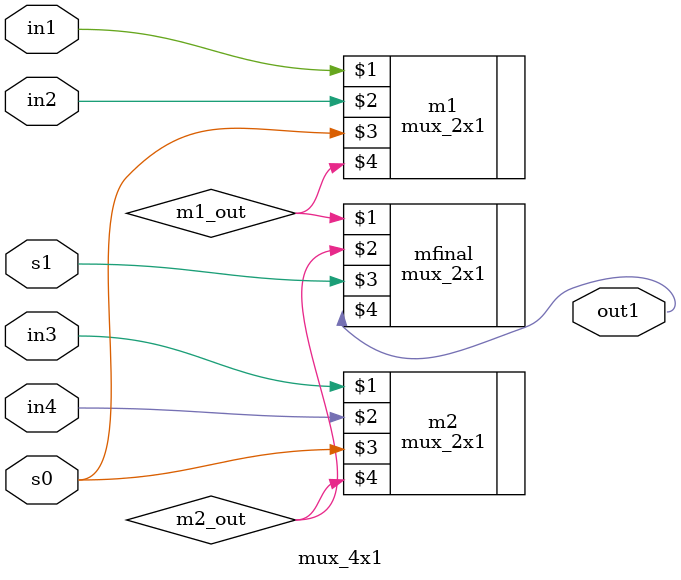
<source format=v>
module mux_4x1(in1,in2,in3,in4,s1,s0,out1);

	input in1,in2,in3,in4,s1,s0;
	output out1;

	wire in1,in2,in3,in4,s1,s0,out1,m1_out,m2_out;

	mux_2x1 m1(in1,in2,s0,m1_out);
	mux_2x1 m2(in3,in4,s0,m2_out);

	mux_2x1 mfinal(m1_out,m2_out,s1,out1);
  
endmodule

</source>
